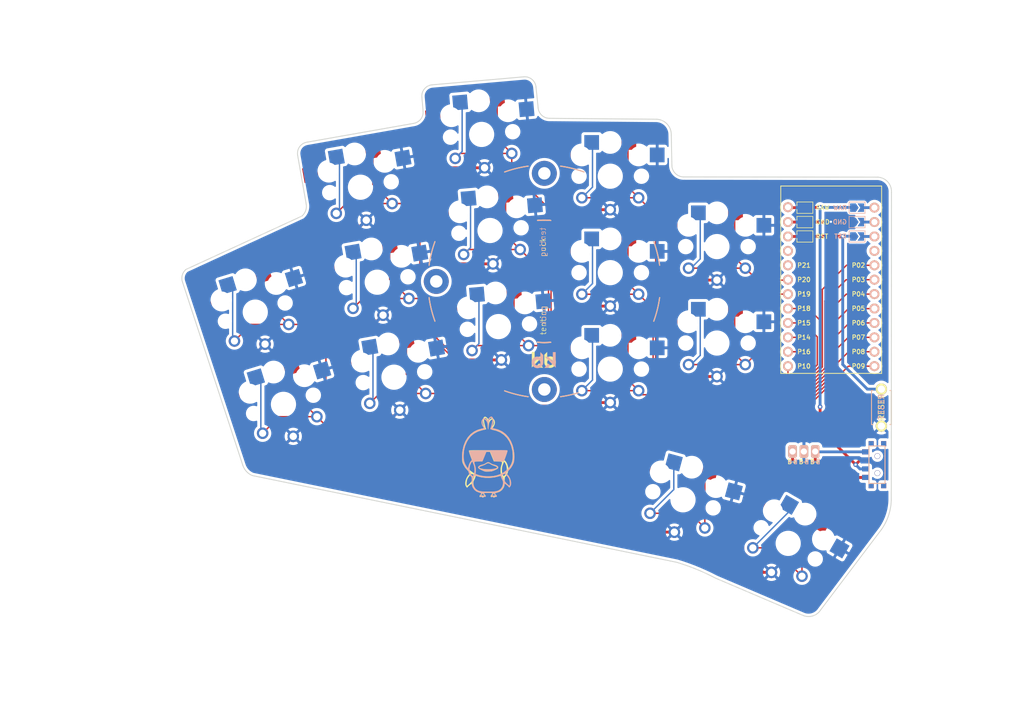
<source format=kicad_pcb>
(kicad_pcb (version 20211014) (generator pcbnew)
  (title_block (title "board") (rev "v1.0.0") (company "Unknown"))
  (layers (0 "F.Cu" signal) (31 "B.Cu" signal) (34 "B.Paste" user) (35 "F.Paste" user) (36 "B.SilkS" user "B.Silkscreen") (37 "F.SilkS" user "F.Silkscreen") (38 "B.Mask" user) (39 "F.Mask" user) (44 "Edge.Cuts" user))
  (net 0 "")
  (net 1 "P6")
  (net 2 "GND")
  (net 3 "P5")
  (net 4 "P4")
  (net 5 "P3")
  (net 6 "P2")
  (net 7 "P18")
  (net 8 "P15")
  (net 9 "P14")
  (net 10 "P16")
  (net 11 "P10")
  (net 12 "P19")
  (net 13 "P20")
  (net 14 "P21")
  (net 15 "P7")
  (net 16 "P8")
  (net 17 "P9")
  (net 18 "RAW")
  (net 19 "RST")
  (net 20 "Braw")
  (footprint "E73:SPDT_C128955" (layer "F.Cu") (at 162.50014 -55.844619 -90)
    (fp_text reference "T1" hide)
    (fp_text value "" hide)
  )
  (footprint "lib:bat" (layer "F.Cu") (at 149.545396 -58.163682)
    (fp_text reference "PAD1" hide)
    (fp_text value "" hide)
  )
  (footprint "kbd:ResetSW" (layer "F.Cu") (at 163.203191 -65.902519 90)
    (fp_text reference "B1" hide)
    (fp_text value "")
  )
  (footprint "PG1350" (layer "F.Cu") (at 71.38711 -104.745067 10)
    (fp_text reference "S11" hide)
    (fp_text value "" hide)
  )
  (footprint "PG1350" (layer "F.Cu") (at 146.776664 -41.97058 150)
    (fp_text reference "S34" hide)
    (fp_text value "" hide)
  )
  (footprint "PG1350" (layer "F.Cu") (at 94.221643 -97.114167 5)
    (fp_text reference "S15" hide)
    (fp_text value "" hide)
  )
  (footprint "PG1350" (layer "F.Cu") (at 115.411087 -89.686017)
    (fp_text reference "S21" hide)
    (fp_text value "" hide)
  )
  (footprint "PG1350" (layer "F.Cu") (at 77.291148 -71.261603 -170)
    (fp_text reference "S8" hide)
    (fp_text value "" hide)
  )
  (footprint "PG1350" (layer "F.Cu") (at 95.703291 -80.178857 -175)
    (fp_text reference "S14" hide)
    (fp_text value "" hide)
  )
  (footprint "PG1350" (layer "F.Cu") (at 115.411087 -72.686017 180)
    (fp_text reference "S20" hide)
    (fp_text value "" hide)
  )
  (footprint "PG1350" (layer "F.Cu") (at 134.21828 -77.278852 180)
    (fp_text reference "S28" hide)
    (fp_text value "" hide)
  )
  (footprint "PG1350" (layer "F.Cu") (at 134.21828 -94.278852)
    (fp_text reference "S29" hide)
    (fp_text value "" hide)
  )
  (footprint "LOGO" (layer "F.Cu") (at 93.819755 -55.859733)
    (fp_text reference "G***" hide)
    (fp_text value "LOGO" hide)
  )
  (footprint "PG1350" (layer "F.Cu") (at 146.776664 -41.97058 -30)
    (fp_text reference "S33" hide)
    (fp_text value "" hide)
  )
  (footprint "PG1350" (layer "F.Cu") (at 77.291148 -71.261603 10)
    (fp_text reference "S7" hide)
    (fp_text value "" hide)
  )
  (footprint "E73:SPDT_C128955" (layer "F.Cu") (at 162.50014 -55.844619 -90)
    (fp_text reference "T2" hide)
    (fp_text value "" hide)
  )
  (footprint "PG1350" (layer "F.Cu") (at 52.842259 -82.729963 17)
    (fp_text reference "S5" hide)
    (fp_text value "" hide)
  )
  (footprint "PG1350" (layer "F.Cu") (at 134.21828 -77.278852)
    (fp_text reference "S27" hide)
    (fp_text value "" hide)
  )
  (footprint "PG1350" (layer "F.Cu") (at 74.339129 -88.003335 10)
    (fp_text reference "S9" hide)
    (fp_text value "" hide)
  )
  (footprint "PG1350" (layer "F.Cu") (at 94.221643 -97.114167 -175)
    (fp_text reference "S16" hide)
    (fp_text value "" hide)
  )
  (footprint "PG1350" (layer "F.Cu") (at 134.21828 -94.278852 180)
    (fp_text reference "S30" hide)
    (fp_text value "" hide)
  )
  (footprint "PG1350" (layer "F.Cu") (at 95.703291 -80.178857 5)
    (fp_text reference "S13" hide)
    (fp_text value "" hide)
  )
  (footprint "PG1350" (layer "F.Cu") (at 115.411087 -106.686017 180)
    (fp_text reference "S24" hide)
    (fp_text value "" hide)
  )
  (footprint "PG1350" (layer "F.Cu") (at 92.739996 -114.049477 5)
    (fp_text reference "S17" hide)
    (fp_text value "" hide)
  )
  (footprint "PG1350" (layer "F.Cu") (at 57.812578 -66.472782 -163)
    (fp_text reference "S4" hide)
    (fp_text value "" hide)
  )
  (footprint "PG1350" (layer "F.Cu") (at 74.339129 -88.003335 -170)
    (fp_text reference "S10" hide)
    (fp_text value "" hide)
  )
  (footprint "PG1350" (layer "F.Cu") (at 115.411087 -89.686017 180)
    (fp_text reference "S22" hide)
    (fp_text value "" hide)
  )
  (footprint "PG1350" (layer "F.Cu") (at 128.239065 -49.649105 -15)
    (fp_text reference "S31" hide)
    (fp_text value "" hide)
  )
  (footprint "ProMicro" (layer "F.Cu") (at 154.357213 -87.172542 -90)
    (fp_text reference "MCU1" hide)
    (fp_text value "" hide)
  )
  (footprint "PG1350" (layer "F.Cu") (at 57.812578 -66.472782 17)
    (fp_text reference "S3" hide)
    (fp_text value "" hide)
  )
  (footprint "PG1350" (layer "F.Cu") (at 128.239065 -49.649105 165)
    (fp_text reference "S32" hide)
    (fp_text value "" hide)
  )
  (footprint "Alaa:Tenting_Puck_3_Holes" (layer "F.Cu") (at 103.79722 -88.141427)
    (fp_text reference "REF**")
    (fp_text value "Tenting Puck")
  )
  (footprint "PG1350" (layer "F.Cu") (at 71.38711 -104.745067 -170)
    (fp_text reference "S12" hide)
    (fp_text value "" hide)
  )
  (footprint "PG1350" (layer "F.Cu") (at 115.411087 -106.686017)
    (fp_text reference "S23" hide)
    (fp_text value "" hide)
  )
  (footprint "PG1350" (layer "F.Cu") (at 52.842259 -82.729963 -163)
    (fp_text reference "S6" hide)
    (fp_text value "" hide)
  )
  (footprint "PG1350" (layer "F.Cu") (at 115.411087 -72.686017)
    (fp_text reference "S19" hide)
    (fp_text value "" hide)
  )
  (footprint "PG1350" (layer "F.Cu") (at 92.739996 -114.049477 -175)
    (fp_text reference "S18" hide)
    (fp_text value "" hide)
  )
  (footprint "LOGO" (layer "B.Cu") (at 93.98 -55.88 180)
    (fp_text reference "G***" hide)
    (fp_text value "LOGO" hide)
  )
  (gr_line (start 61.933082 -112.680378) (end 80.777935 -116.003234) (layer "Edge.Cuts") (width 0.15))
  (gr_arc (start 123.633938 -116.727707) (mid 125.468731 -115.844155) (end 126.173938 -113.933707) (layer "Edge.Cuts") (width 0.15))
  (gr_arc (start 40.005384 -88.04935) (mid 39.97918 -89.259077) (end 40.64821 -90.267305) (layer "Edge.Cuts") (width 0.15))
  (gr_line (start 40.64821 -90.267305) (end 61.081026 -99.669502) (layer "Edge.Cuts") (width 0.15))
  (gr_line (start 104.699526 -116.893075) (end 123.633938 -116.727707) (layer "Edge.Cuts") (width 0.15))
  (gr_arc (start 127.108791 -38.634254) (mid 130.604894 -37.401962) (end 133.966791 -35.840254) (layer "Edge.Cuts") (width 0.15))
  (gr_arc (start 104.699526 -116.893075) (mid 103.348365 -117.418542) (end 102.707136 -118.718765) (layer "Edge.Cuts") (width 0.15))
  (gr_line (start 162.601024 -106.517136) (end 128.30714 -106.564179) (layer "Edge.Cuts") (width 0.15))
  (gr_arc (start 128.30714 -106.564179) (mid 126.888572 -107.173144) (end 126.278191 -108.591103) (layer "Edge.Cuts") (width 0.15))
  (gr_line (start 84.024062 -122.794691) (end 100.162416 -124.206614) (layer "Edge.Cuts") (width 0.15))
  (gr_arc (start 152.508791 -30.252254) (mid 151.166261 -29.199842) (end 149.460791 -29.236254) (layer "Edge.Cuts") (width 0.15))
  (gr_line (start 127.108791 -38.634254) (end 52.325668 -53.91664) (layer "Edge.Cuts") (width 0.15))
  (gr_line (start 40.005384 -88.04935) (end 50.640798 -55.746836) (layer "Edge.Cuts") (width 0.15))
  (gr_arc (start 52.325668 -53.91664) (mid 51.283938 -54.648268) (end 50.640798 -55.746836) (layer "Edge.Cuts") (width 0.15))
  (gr_line (start 149.460791 -29.236254) (end 133.966791 -35.840254) (layer "Edge.Cuts") (width 0.15))
  (gr_arc (start 164.948263 -49.556254) (mid 164.458648 -46.846338) (end 163.204176 -44.394875) (layer "Edge.Cuts") (width 0.15))
  (gr_line (start 82.423028 -118.147161) (end 82.205984 -120.62799) (layer "Edge.Cuts") (width 0.15))
  (gr_arc (start 61.820427 -101.762322) (mid 61.721438 -100.620269) (end 61.081026 -99.669502) (layer "Edge.Cuts") (width 0.15))
  (gr_line (start 164.948263 -49.556254) (end 164.982296 -103.812548) (layer "Edge.Cuts") (width 0.15))
  (gr_arc (start 100.162416 -124.206615) (mid 101.622316 -123.746329) (end 102.329117 -122.388536) (layer "Edge.Cuts") (width 0.15))
  (gr_line (start 152.508791 -30.252254) (end 163.204176 -44.394875) (layer "Edge.Cuts") (width 0.15))
  (gr_line (start 60.310763 -110.363466) (end 61.820427 -101.762322) (layer "Edge.Cuts") (width 0.15))
  (gr_arc (start 82.423029 -118.147161) (mid 82.017359 -116.755316) (end 80.777935 -116.003234) (layer "Edge.Cuts") (width 0.15))
  (gr_line (start 126.278191 -108.591103) (end 126.173938 -113.933707) (layer "Edge.Cuts") (width 0.15))
  (gr_arc (start 162.601024 -106.517136) (mid 164.353984 -105.659944) (end 164.982296 -103.812548) (layer "Edge.Cuts") (width 0.15))
  (gr_line (start 102.329117 -122.388536) (end 102.707136 -118.718765) (layer "Edge.Cuts") (width 0.15))
  (gr_arc (start 60.310764 -110.363466) (mid 60.64207 -111.857918) (end 61.933082 -112.680378) (layer "Edge.Cuts") (width 0.15))
  (gr_arc (start 82.205984 -120.627991) (mid 82.666277 -122.087884) (end 84.024062 -122.794691) (layer "Edge.Cuts") (width 0.15))
  (segment (start 81.024544 -63.5) (end 71.12 -63.5) (width 0.25) (layer "F.Cu") (net 1))
  (segment (start 94.028116 -72.037521) (end 89.562066 -72.037521) (width 0.25) (layer "F.Cu") (net 1))
  (segment (start 154.628374 -72.346106) (end 147.293059 -65.010791) (width 0.25) (layer "F.Cu") (net 1))
  (segment (start 63.479549 -80.557863) (end 58.734795 -80.557863) (width 0.25) (layer "F.Cu") (net 1))
  (segment (start 58.734795 -80.557863) (end 52.095465 -80.557863) (width 0.25) (layer "F.Cu") (net 1))
  (segment (start 54.234545 -89.377494) (end 54.234545 -85.058113) (width 0.25) (layer "F.Cu") (net 1))
  (segment (start 109.813673 -62.104105) (end 106.982862 -64.934916) (width 0.25) (layer "F.Cu") (net 1))
  (segment (start 52.095465 -80.557863) (end 49.171748 -77.634146) (width 0.25) (layer "F.Cu") (net 1))
  (segment (start 54.234545 -85.058113) (end 58.734795 -80.557863) (width 0.25) (layer "F.Cu") (net 1))
  (segment (start 147.293059 -65.010791) (end 124.592825 -65.010791) (width 0.25) (layer "F.Cu") (net 1))
  (segment (start 89.562066 -72.037521) (end 81.024544 -63.5) (width 0.25) (layer "F.Cu") (net 1))
  (segment (start 65.297412 -78.74) (end 63.479549 -80.557863) (width 0.25) (layer "F.Cu") (net 1))
  (segment (start 124.592825 -65.010791) (end 121.686138 -62.104105) (width 0.25) (layer "F.Cu") (net 1))
  (segment (start 65.297412 -69.322588) (end 65.297412 -78.74) (width 0.25) (layer "F.Cu") (net 1))
  (segment (start 121.686138 -62.104105) (end 109.813673 -62.104105) (width 0.25) (layer "F.Cu") (net 1))
  (segment (start 101.130724 -64.934916) (end 94.028116 -72.037521) (width 0.25) (layer "F.Cu") (net 1))
  (segment (start 157.527339 -80.822542) (end 154.628374 -77.923577) (width 0.25) (layer "F.Cu") (net 1))
  (segment (start 106.982862 -64.934916) (end 101.130724 -64.934916) (width 0.25) (layer "F.Cu") (net 1))
  (segment (start 71.12 -63.5) (end 65.297412 -69.322588) (width 0.25) (layer "F.Cu") (net 1))
  (segment (start 161.977213 -80.822542) (end 157.527339 -80.822542) (width 0.25) (layer "F.Cu") (net 1))
  (segment (start 154.628374 -77.923577) (end 154.628374 -72.346106) (width 0.25) (layer "F.Cu") (net 1))
  (segment (start 47.655954 -88.184596) (end 48.856953 -86.983597) (width 0.25) (layer "B.Cu") (net 1))
  (segment (start 48.856953 -86.983597) (end 48.856953 -78.356283) (width 0.25) (layer "B.Cu") (net 1))
  (segment (start 108.15356 -75.418544) (end 107.136087 -76.436017) (width 0.5) (layer "F.Cu") (net 2))
  (segment (start 63.384822 -105.421809) (end 62.586645 -106.219986) (width 0.5) (layer "F.Cu") (net 2))
  (segment (start 96.21751 -74.301308) (end 89.760656 -74.301308) (width 0.5) (layer "F.Cu") (net 2))
  (segment (start 134.21828 -88.378852) (end 127.851901 -88.378852) (width 0.5) (layer "F.Cu") (net 2))
  (segment (start 63.384822 -100.80225) (end 63.384822 -105.421809) (width 0.5) (layer "F.Cu") (net 2))
  (segment (start 128.490798 -71.378852) (end 125.94328 -73.92637) (width 0.5) (layer "F.Cu") (net 2))
  (segment (start 75.363653 -82.192969) (end 74.347654 -81.17697) (width 0.5) (layer "F.Cu") (net 2))
  (segment (start 115.411087 -66.786017) (end 109.81576 -66.786017) (width 0.5) (layer "F.Cu") (net 2))
  (segment (start 125.94328 -90.287473) (end 125.94328 -98.028852) (width 0.5) (layer "F.Cu") (net 2))
  (segment (start 108.15356 -68.448217) (end 108.15356 -75.418544) (width 0.5) (layer "F.Cu") (net 2))
  (segment (start 62.586645 -106.219986) (end 62.586645 -107.001157) (width 0.5) (layer "F.Cu") (net 2))
  (segment (start 66.26837 -97.918702) (end 63.384822 -100.80225) (width 0.5) (layer "F.Cu") (net 2))
  (segment (start 74.347654 -81.17697) (end 68.485407 -81.17697) (width 0.5) (layer "F.Cu") (net 2))
  (segment (start 71.813295 -64.435238) (end 68.490683 -67.75785) (width 0.5) (layer "F.Cu") (net 2))
  (segment (start 89.760656 -74.301308) (end 87.132946 -76.929018) (width 0.5) (layer "F.Cu") (net 2))
  (segment (start 109.81576 -66.786017) (end 108.15356 -68.448217) (width 0.5) (layer "F.Cu") (net 2))
  (segment (start 49.917361 -65.987885) (end 48.802762 -67.102484) (width 0.5) (layer "F.Cu") (net 2))
  (segment (start 138.772419 -40.478435) (end 138.772419 -46.64279) (width 0.5) (layer "F.Cu") (net 2))
  (segment (start 120.155154 -46.082113) (end 120.155154 -54.351608) (width 0.5) (layer "F.Cu") (net 2))
  (segment (start 59.537571 -60.830584) (end 58.196209 -59.489222) (width 0.5) (layer "F.Cu") (net 2))
  (segment (start 77.299673 -64.435238) (end 71.813295 -64.435238) (width 0.5) (layer "F.Cu") (net 2))
  (segment (start 115.411087 -83.786017) (end 108.973745 -83.786017) (width 0.5) (layer "F.Cu") (net 2))
  (segment (start 78.315672 -65.451237) (end 77.299673 -64.435238) (width 0.5) (layer "F.Cu") (net 2))
  (segment (start 58.196209 -59.489222) (end 53.137791 -59.489222) (width 0.5) (layer "F.Cu") (net 2))
  (segment (start 71.395635 -97.918702) (end 66.26837 -97.918702) (width 0.5) (layer "F.Cu") (net 2))
  (segment (start 126.712033 -43.950143) (end 122.287124 -43.950143) (width 0.5) (layer "F.Cu") (net 2))
  (segment (start 53.137791 -59.489222) (end 49.917361 -62.709652) (width 0.5) (layer "F.Cu") (net 2))
  (segment (start 134.21828 -71.378852) (end 128.490798 -71.378852) (width 0.5) (layer "F.Cu") (net 2))
  (segment (start 107.136087 -103.216201) (end 107.136087 -110.436017) (width 0.5) (layer "F.Cu") (net 2))
  (segment (start 86.601289 -108.171928) (end 86.570217 -108.140856) (width 0.5) (layer "F.Cu") (net 2))
  (segment (start 93.254215 -108.171928) (end 86.601289 -108.171928) (width 0.5) (layer "F.Cu") (net 2))
  (segment (start 115.411087 -100.786017) (end 109.566271 -100.786017) (width 0.5) (layer "F.Cu") (net 2))
  (segment (start 68.485407 -81.17697) (end 65.538664 -84.123713) (width 0.5) (layer "F.Cu") (net 2))
  (segment (start 85.651298 -93.599163) (end 85.651298 -100.128683) (width 0.5) (layer "F.Cu") (net 2))
  (segment (start 65.538664 -84.123713) (end 65.538664 -90.259425) (width 0.5) (layer "F.Cu") (net 2))
  (segment (start 48.802762 -67.102484) (end 48.802762 -67.639549) (width 0.5) (layer "F.Cu") (net 2))
  (segment (start 138.772419 -46.64279) (end 141.485304 -49.355675) (width 0.5) (layer "F.Cu") (net 2))
  (segment (start 122.287124 -43.950143) (end 120.155154 -46.082113) (width 0.5) (layer "F.Cu") (net 2))
  (segment (start 142.389824 -36.86103) (end 138.772419 -40.478435) (width 0.5) (layer "F.Cu") (net 2))
  (segment (start 154.256703 -98.602542) (end 150.44369 -98.602542) (width 0.5) (layer "F.Cu") (net 2))
  (segment (start 108.15356 -76.015027) (end 107.136087 -77.0325) (width 0.5) (layer "F.Cu") (net 2))
  (segment (start 109.566271 -100.786017) (end 107.136087 -103.216201) (width 0.5) (layer "F.Cu") (net 2))
  (segment (start 94.735862 -91.236618) (end 88.013843 -91.236618) (width 0.5) (layer "F.Cu") (net 2))
  (segment (start 48.232895 -75.218284) (end 44.864298 -78.586881) (width 0.5) (layer "F.Cu") (net 2))
  (segment (start 87.132946 -76.929018) (end 87.132946 -83.193373) (width 0.5) (layer "F.Cu") (net 2))
  (segment (start 88.013843 -91.236618) (end 85.651298 -93.599163) (width 0.5) (layer "F.Cu") (net 2))
  (segment (start 108.973745 -83.786017) (end 107.136087 -85.623675) (width 0.5) (layer "F.Cu") (net 2))
  (segment (start 154.304587 -98.650426) (end 154.256703 -98.602542) (width 0.5) (layer "F.Cu") (net 2))
  (segment (start 127.851901 -88.378852) (end 125.94328 -90.287473) (width 0.5) (layer "F.Cu") (net 2))
  (segment (start 44.864298 -78.586881) (end 44.864298 -82.864875) (width 0.5) (layer "F.Cu") (net 2))
  (segment (start 86.570217 -108.140856) (end 84.169651 -110.541422) (width 0.5) (layer "F.Cu") (net 2))
  (segment (start 54.567252 -77.087765) (end 52.697771 -75.218284) (width 0.5) (layer "F.Cu") (net 2))
  (segment (start 72.411634 -98.934701) (end 71.395635 -97.918702) (width 0.5) (layer "F.Cu") (net 2))
  (segment (start 143.826664 -36.86103) (end 142.389824 -36.86103) (width 0.5) (layer "F.Cu") (net 2))
  (segment (start 68.490683 -67.75785) (end 68.490683 -73.517693) (width 0.5) (layer "F.Cu") (net 2))
  (segment (start 52.697771 -75.218284) (end 48.232895 -75.218284) (width 0.5) (layer "F.Cu") (net 2))
  (segment (start 107.136087 -85.623675) (end 107.136087 -93.436017) (width 0.5) (layer "F.Cu") (net 2))
  (segment (start 44.864298 -82.864875) (end 43.832443 -83.89673) (width 0.5) (layer "F.Cu") (net 2))
  (segment (start 49.917361 -62.709652) (end 49.917361 -65.987885) (width 0.5) (layer "F.Cu") (net 2))
  (segment (start 125.94328 -73.92637) (end 125.94328 -81.028852) (width 0.5) (layer "F.Cu") (net 2))
  (segment (start 84.169651 -110.541422) (end 84.169651 -117.063993) (width 0.5) (layer "F.Cu") (net 2))
  (via (at 154.304587 -98.650426) (size 0.8) (drill 0.4) (layers "F.Cu" "B.Cu") (net 2))
  (segment (start 154.329345 -98.675184) (end 154.329345 -64.825511) (width 0.5) (layer "B.Cu") (net 2))
  (segment (start 149.545396 -60.041562) (end 149.545396 -58.163682) (width 0.5) (layer "B.Cu") (net 2))
  (segment (start 154.329345 -64.825511) (end 149.545396 -60.041562) (width 0.5) (layer "B.Cu") (net 2))
  (segment (start 154.304587 -98.650426) (end 154.329345 -98.675184) (width 0.5) (layer "B.Cu") (net 2))
  (segment (start 154.329345 -98.675184) (end 158.139502 -98.675184) (width 0.5) (layer "B.Cu") (net 2))
  (segment (start 121.499941 -62.553625) (end 124.406628 -65.460311) (width 0.25) (layer "F.Cu") (net 3))
  (segment (start 157.383378 -83.345369) (end 161.96004 -83.345369) (width 0.25) (layer "F.Cu") (net 3))
  (segment (start 154.178854 -80.140845) (end 157.383378 -83.345369) (width 0.25) (layer "F.Cu") (net 3))
  (segment (start 79.483187 -71.779437) (end 82.87505 -68.387574) (width 0.25) (layer "F.Cu") (net 3))
  (segment (start 154.178854 -72.532303) (end 154.178854 -80.140845) (width 0.25) (layer "F.Cu") (net 3))
  (segment (start 94.214315 -72.487041) (end 101.31692 -65.384436) (width 0.25) (layer "F.Cu") (net 3))
  (segment (start 124.406628 -65.460311) (end 147.106862 -65.460311) (width 0.25) (layer "F.Cu") (net 3))
  (segment (start 109.999871 -62.553625) (end 121.499941 -62.553625) (width 0.25) (layer "F.Cu") (net 3))
  (segment (start 101.31692 -65.384436) (end 107.16906 -65.384436) (width 0.25) (layer "F.Cu") (net 3))
  (segment (start 82.87505 -68.387574) (end 74.763453 -68.387574) (width 0.25) (layer "F.Cu") (net 3))
  (segment (start 107.16906 -65.384436) (end 109.999871 -62.553625) (width 0.25) (layer "F.Cu") (net 3))
  (segment (start 79.483187 -77.689907) (end 79.483187 -71.779437) (width 0.25) (layer "F.Cu") (net 3))
  (segment (start 74.763453 -68.387574) (end 73.026972 -66.651093) (width 0.25) (layer "F.Cu") (net 3))
  (segment (start 85.2764 -68.387574) (end 89.375867 -72.487041) (width 0.25) (layer "F.Cu") (net 3))
  (segment (start 89.375867 -72.487041) (end 94.214315 -72.487041) (width 0.25) (layer "F.Cu") (net 3))
  (segment (start 82.87505 -68.387574) (end 85.2764 -68.387574) (width 0.25) (layer "F.Cu") (net 3))
  (segment (start 147.106862 -65.460311) (end 154.178854 -72.532303) (width 0.25) (layer "F.Cu") (net 3))
  (segment (start 73.59045 -67.214571) (end 73.026972 -66.651093) (width 0.25) (layer "B.Cu") (net 3))
  (segment (start 73.032696 -76.552511) (end 73.59045 -75.994757) (width 0.25) (layer "B.Cu") (net 3))
  (segment (start 73.59045 -75.994757) (end 73.59045 -67.214571) (width 0.25) (layer "B.Cu") (net 3))
  (segment (start 101.503117 -65.833956) (end 107.355257 -65.833956) (width 0.25) (layer "F.Cu") (net 4))
  (segment (start 121.313741 -63.003145) (end 124.220427 -65.909831) (width 0.25) (layer "F.Cu") (net 4))
  (segment (start 76.531168 -88.521169) (end 79.923031 -85.129306) (width 0.25) (layer "F.Cu") (net 4))
  (segment (start 94.400512 -72.936561) (end 101.503117 -65.833956) (width 0.25) (layer "F.Cu") (net 4))
  (segment (start 146.920664 -65.909831) (end 153.729334 -72.718501) (width 0.25) (layer "F.Cu") (net 4))
  (segment (start 76.531168 -94.431639) (end 76.531168 -88.521169) (width 0.25) (layer "F.Cu") (net 4))
  (segment (start 107.355257 -65.833956) (end 110.186071 -63.003145) (width 0.25) (layer "F.Cu") (net 4))
  (segment (start 84.38648 -82.617802) (end 84.38648 -77.933067) (width 0.25) (layer "F.Cu") (net 4))
  (segment (start 157.024799 -85.904799) (end 161.974956 -85.904799) (width 0.25) (layer "F.Cu") (net 4))
  (segment (start 79.923031 -85.129306) (end 71.811434 -85.129306) (width 0.25) (layer "F.Cu") (net 4))
  (segment (start 79.923031 -85.129306) (end 81.874976 -85.129306) (width 0.25) (layer "F.Cu") (net 4))
  (segment (start 124.220427 -65.909831) (end 146.920664 -65.909831) (width 0.25) (layer "F.Cu") (net 4))
  (segment (start 81.874976 -85.129306) (end 84.38648 -82.617802) (width 0.25) (layer "F.Cu") (net 4))
  (segment (start 153.729334 -82.609334) (end 157.024799 -85.904799) (width 0.25) (layer "F.Cu") (net 4))
  (segment (start 84.38648 -77.933067) (end 89.382986 -72.936561) (width 0.25) (layer "F.Cu") (net 4))
  (segment (start 89.382986 -72.936561) (end 94.400512 -72.936561) (width 0.25) (layer "F.Cu") (net 4))
  (segment (start 71.811434 -85.129306) (end 70.074953 -83.392825) (width 0.25) (layer "F.Cu") (net 4))
  (segment (start 153.729334 -72.718501) (end 153.729334 -82.609334) (width 0.25) (layer "F.Cu") (net 4))
  (segment (start 110.186071 -63.003145) (end 121.313741 -63.003145) (width 0.25) (layer "F.Cu") (net 4))
  (segment (start 161.974956 -85.904799) (end 161.977213 -85.902542) (width 0.25) (layer "F.Cu") (net 4))
  (segment (start 70.638431 -83.956303) (end 70.074953 -83.392825) (width 0.25) (layer "B.Cu") (net 4))
  (segment (start 70.638431 -92.736489) (end 70.638431 -83.956303) (width 0.25) (layer "B.Cu") (net 4))
  (segment (start 70.080677 -93.294243) (end 70.638431 -92.736489) (width 0.25) (layer "B.Cu") (net 4))
  (segment (start 68.859415 -101.871038) (end 67.122934 -100.134557) (width 0.25) (layer "F.Cu") (net 5))
  (segment (start 81.858703 -85.781297) (end 84.836 -82.804) (width 0.25) (layer "F.Cu") (net 5))
  (segment (start 101.689314 -66.283476) (end 107.541455 -66.283476) (width 0.25) (layer "F.Cu") (net 5))
  (segment (start 89.569184 -73.386081) (end 94.586709 -73.386081) (width 0.25) (layer "F.Cu") (net 5))
  (segment (start 107.541455 -66.283476) (end 110.372268 -63.452665) (width 0.25) (layer "F.Cu") (net 5))
  (segment (start 121.127543 -63.452665) (end 124.03423 -66.359351) (width 0.25) (layer "F.Cu") (net 5))
  (segment (start 76.971012 -101.871038) (end 79.561162 -101.871038) (width 0.25) (layer "F.Cu") (net 5))
  (segment (start 73.579149 -111.173371) (end 73.579149 -105.262901) (width 0.25) (layer "F.Cu") (net 5))
  (segment (start 84.836 -82.804) (end 84.836 -78.119265) (width 0.25) (layer "F.Cu") (net 5))
  (segment (start 124.03423 -66.359351) (end 146.734466 -66.359351) (width 0.25) (layer "F.Cu") (net 5))
  (segment (start 153.249052 -84.703008) (end 156.988586 -88.442542) (width 0.25) (layer "F.Cu") (net 5))
  (segment (start 81.858703 -99.573497) (end 81.858703 -85.781297) (width 0.25) (layer "F.Cu") (net 5))
  (segment (start 76.971012 -101.871038) (end 68.859415 -101.871038) (width 0.25) (layer "F.Cu") (net 5))
  (segment (start 146.734466 -66.359351) (end 153.249052 -72.873937) (width 0.25) (layer "F.Cu") (net 5))
  (segment (start 79.561162 -101.871038) (end 81.858703 -99.573497) (width 0.25) (layer "F.Cu") (net 5))
  (segment (start 94.586709 -73.386081) (end 101.689314 -66.283476) (width 0.25) (layer "F.Cu") (net 5))
  (segment (start 153.249052 -72.873937) (end 153.249052 -84.703008) (width 0.25) (layer "F.Cu") (net 5))
  (segment (start 73.579149 -105.262901) (end 76.971012 -101.871038) (width 0.25) (layer "F.Cu") (net 5))
  (segment (start 156.988586 -88.442542) (end 161.977213 -88.442542) (width 0.25) (layer "F.Cu") (net 5))
  (segment (start 84.836 -78.119265) (end 89.569184 -73.386081) (width 0.25) (layer "F.Cu") (net 5))
  (segment (start 110.372268 -63.452665) (end 121.127543 -63.452665) (width 0.25) (layer "F.Cu") (net 5))
  (segment (start 67.686412 -100.698035) (end 67.122934 -100.134557) (width 0.25) (layer "B.Cu") (net 5))
  (segment (start 67.128658 -110.035975) (end 67.686412 -109.478221) (width 0.25) (layer "B.Cu") (net 5))
  (segment (start 67.686412 -109.478221) (end 67.686412 -100.698035) (width 0.25) (layer "B.Cu") (net 5))
  (segment (start 102.844128 -76.829096) (end 104.07916 -75.594064) (width 0.25) (layer "F.Cu") (net 6))
  (segment (start 91.925067 -76.829096) (end 91.053509 -75.957538) (width 0.25) (layer "F.Cu") (net 6))
  (segment (start 104.07916 -73.484347) (end 106.68 -70.883507) (width 0.25) (layer "F.Cu") (net 6))
  (segment (start 101.015456 -76.829096) (end 98.447252 -79.3973) (width 0.25) (layer "F.Cu") (net 6))
  (segment (start 98.447252 -79.3973) (end 98.447252 -86.391651) (width 0.25) (layer "F.Cu") (net 6))
  (segment (start 120.941347 -63.902185) (end 123.848033 -66.808871) (width 0.25) (layer "F.Cu") (net 6))
  (segment (start 157.043597 -90.982542) (end 161.977213 -90.982542) (width 0.25) (layer "F.Cu") (net 6))
  (segment (start 146.548268 -66.808871) (end 152.799532 -73.060135) (width 0.25) (layer "F.Cu") (net 6))
  (segment (start 123.848033 -66.808871) (end 146.548268 -66.808871) (width 0.25) (layer "F.Cu") (net 6))
  (segment (start 152.799532 -86.738477) (end 157.043597 -90.982542) (width 0.25) (layer "F.Cu") (net 6))
  (segment (start 104.07916 -75.594064) (end 104.07916 -73.484347) (width 0.25) (layer "F.Cu") (net 6))
  (segment (start 106.68 -70.883507) (end 106.680001 -67.780648) (width 0.25) (layer "F.Cu") (net 6))
  (segment (start 110.558465 -63.902185) (end 120.941347 -63.902185) (width 0.25) (layer "F.Cu") (net 6))
  (segment (start 152.799532 -73.060135) (end 152.799532 -86.738477) (width 0.25) (layer "F.Cu") (net 6))
  (segment (start 101.015456 -76.829096) (end 102.844128 -76.829096) (width 0.25) (layer "F.Cu") (net 6))
  (segment (start 101.015456 -76.829096) (end 91.925067 -76.829096) (width 0.25) (layer "F.Cu") (net 6))
  (segment (start 106.680001 -67.780648) (end 110.558465 -63.902185) (width 0.25) (layer "F.Cu") (net 6))
  (segment (start 92.270004 -77.174033) (end 91.053509 -75.957538) (width 0.25) (layer "B.Cu") (net 6))
  (segment (start 91.922177 -85.82078) (end 92.270004 -85.472953) (width 0.25) (layer "B.Cu") (net 6))
  (segment (start 92.270004 -85.472953) (end 92.270004 -77.174033) (width 0.25) (layer "B.Cu") (net 6))
  (segment (start 104.52868 -88.769534) (end 104.52868 -73.670546) (width 0.25) (layer "F.Cu") (net 7))
  (segment (start 107.12952 -67.966846) (end 107.392843 -67.703524) (width 0.25) (layer "F.Cu") (net 7))
  (segment (start 120.755149 -64.351705) (end 123.661836 -67.258391) (width 0.25) (layer "F.Cu") (net 7))
  (segment (start 99.533808 -93.764406) (end 90.443419 -93.764406) (width 0.25) (layer "F.Cu") (net 7))
  (segment (start 96.965604 -96.33261) (end 99.533808 -93.764406) (width 0.25) (layer "F.Cu") (net 7))
  (segment (start 146.36207 -67.258391) (end 152.350012 -73.246333) (width 0.25) (layer "F.Cu") (net 7))
  (segment (start 110.744662 -64.351705) (end 120.755149 -64.351705) (width 0.25) (layer "F.Cu") (net 7))
  (segment (start 99.533808 -93.764406) (end 104.52868 -88.769534) (width 0.25) (layer "F.Cu") (net 7))
  (segment (start 152.350012 -81.329988) (end 150.317458 -83.362542) (width 0.25) (layer "F.Cu") (net 7))
  (segment (start 107.12952 -71.069705) (end 107.12952 -67.966846) (width 0.25) (layer "F.Cu") (net 7))
  (segment (start 150.317458 -83.362542) (end 146.737213 -83.362542) (width 0.25) (layer "F.Cu") (net 7))
  (segment (start 96.965604 -103.326961) (end 96.965604 -96.33261) (width 0.25) (layer "F.Cu") (net 7))
  (segment (start 123.661836 -67.258391) (end 146.36207 -67.258391) (width 0.25) (layer "F.Cu") (net 7))
  (segment (start 104.52868 -73.670546) (end 107.12952 -71.069705) (width 0.25) (layer "F.Cu") (net 7))
  (segment (start 107.392843 -67.703524) (end 110.744662 -64.351705) (width 0.25) (layer "F.Cu") (net 7))
  (segment (start 90.443419 -93.764406) (end 89.571861 -92.892848) (width 0.25) (layer "F.Cu") (net 7))
  (segment (start 152.350012 -73.246333) (end 152.350012 -81.329988) (width 0.25) (layer "F.Cu") (net 7))
  (segment (start 90.788356 -94.109343) (end 89.571861 -92.892848) (width 0.25) (layer "B.Cu") (net 7))
  (segment (start 90.440529 -102.75609) (end 90.788356 -102.408263) (width 0.25) (layer "B.Cu") (net 7))
  (segment (start 90.788356 -102.408263) (end 90.788356 -94.109343) (width 0.25) (layer "B.Cu") (net 7))
  (segment (start 107.57904 -68.153044) (end 110.930859 -64.801225) (width 0.25) (layer "F.Cu") (net 8))
  (segment (start 151.900492 -78.376564) (end 149.454514 -80.822542) (width 0.25) (layer "F.Cu") (net 8))
  (segment (start 95.483957 -120.262271) (end 95.483957 -113.26792) (width 0.25) (layer "F.Cu") (net 8))
  (segment (start 151.900492 -73.432531) (end 151.900492 -78.376564) (width 0.25) (layer "F.Cu") (net 8))
  (segment (start 146.175872 -67.707911) (end 151.900492 -73.432531) (width 0.25) (layer "F.Cu") (net 8))
  (segment (start 98.052161 -110.699716) (end 98.052161 -107.541789) (width 0.25) (layer "F.Cu") (net 8))
  (segment (start 149.454514 -80.822542) (end 146.737213 -80.822542) (width 0.25) (layer "F.Cu") (net 8))
  (segment (start 120.568951 -64.801225) (end 123.475639 -67.707911) (width 0.25) (layer "F.Cu") (net 8))
  (segment (start 98.052161 -107.541789) (end 104.9782 -100.61575) (width 0.25) (layer "F.Cu") (net 8))
  (segment (start 88.961772 -110.699716) (end 88.090214 -109.828158) (width 0.25) (layer "F.Cu") (net 8))
  (segment (start 107.57904 -71.255902) (end 107.57904 -68.153044) (width 0.25) (layer "F.Cu") (net 8))
  (segment (start 104.9782 -73.856744) (end 107.57904 -71.255902) (width 0.25) (layer "F.Cu") (net 8))
  (segment (start 104.9782 -100.61575) (end 104.9782 -73.856744) (width 0.25) (layer "F.Cu") (net 8))
  (segment (start 123.475639 -67.707911) (end 146.175872 -67.707911) (width 0.25) (layer "F.Cu") (net 8))
  (segment (start 110.930859 -64.801225) (end 120.568951 -64.801225) (width 0.25) (layer "F.Cu") (net 8))
  (segment (start 98.052161 -110.699716) (end 88.961772 -110.699716) (width 0.25) (layer "F.Cu") (net 8))
  (segment (start 95.483957 -113.26792) (end 98.052161 -110.699716) (width 0.25) (layer "F.Cu") (net 8))
  (segment (start 89.306709 -111.044653) (end 88.090214 -109.828158) (width 0.25) (layer "B.Cu") (net 8))
  (segment (start 89.306709 -119.343573) (end 89.306709 -111.044653) (width 0.25) (layer "B.Cu") (net 8))
  (segment (start 88.958882 -119.6914) (end 89.306709 -119.343573) (width 0.25) (layer "B.Cu") (net 8))
  (segment (start 151.450972 -75.858105) (end 151.450972 -73.618729) (width 0.25) (layer "F.Cu") (net 9))
  (segment (start 151.450972 -73.618729) (end 146.001033 -68.16879) (width 0.25) (layer "F.Cu") (net 9))
  (segment (start 120.411087 -68.886017) (end 110.411087 -68.886017) (width 0.25) (layer "F.Cu") (net 9))
  (segment (start 118.536566 -78.486496) (end 118.536566 -70.760538) (width 0.25) (layer "F.Cu") (net 9))
  (segment (start 121.128314 -68.16879) (end 120.411087 -68.886017) (width 0.25) (layer "F.Cu") (net 9))
  (segment (start 146.737213 -78.282542) (end 149.026535 -78.282542) (width 0.25) (layer "F.Cu") (net 9))
  (segment (start 149.026535 -78.282542) (end 151.450972 -75.858105) (width 0.25) (layer "F.Cu") (net 9))
  (segment (start 118.536566 -70.760538) (end 120.411087 -68.886017) (width 0.25) (layer "F.Cu") (net 9))
  (segment (start 146.001033 -68.16879) (end 121.128314 -68.16879) (width 0.25) (layer "F.Cu") (net 9))
  (segment (start 118.686087 -78.636017) (end 118.536566 -78.486496) (width 0.25) (layer "F.Cu") (net 9))
  (segment (start 112.285608 -79.029475) (end 112.285608 -70.760538) (width 0.25) (layer "B.Cu") (net 9))
  (segment (start 112.285608 -70.760538) (end 110.411087 -68.886017) (width 0.25) (layer "B.Cu") (net 9))
  (segment (start 118.536566 -87.760538) (end 120.411087 -85.886017) (width 0.25) (layer "F.Cu") (net 10))
  (segment (start 110.411087 -85.886017) (end 120.411087 -85.886017) (width 0.25) (layer "F.Cu") (net 10))
  (segment (start 149.86 -75.742542) (end 146.737213 -75.742542) (width 0.25) (layer "F.Cu") (net 10))
  (segment (start 118.536566 -95.486496) (end 118.536566 -87.760538) (width 0.25) (layer "F.Cu") (net 10))
  (segment (start 145.814835 -68.61831) (end 151.001452 -73.804926) (width 0.25) (layer "F.Cu") (net 10))
  (segment (start 122.966194 -69.188523) (end 123.536407 -68.61831) (width 0.25) (layer "F.Cu") (net 10))
  (segment (start 151.001452 -73.804926) (end 151.001452 -74.60109) (width 0.25) (layer "F.Cu") (net 10))
  (segment (start 120.411087 -85.886017) (end 122.966194 -83.33091) (width 0.25) (layer "F.Cu") (net 10))
  (segment (start 151.001452 -74.60109) (end 149.86 -75.742542) (width 0.25) (layer "F.Cu") (net 10))
  (segment (start 118.686087 -95.636017) (end 118.536566 -95.486496) (width 0.25) (layer "F.Cu") (net 10))
  (segment (start 122.966194 -83.33091) (end 122.966194 -69.188523) (width 0.25) (layer "F.Cu") (net 10))
  (segment (start 123.536407 -68.61831) (end 145.814835 -68.61831) (width 0.25) (layer "F.Cu") (net 10))
  (segment (start 112.285608 -96.029475) (end 112.285608 -87.760538) (width 0.25) (layer "B.Cu") (net 10))
  (segment (start 112.285608 -87.760538) (end 110.411087 -85.886017) (width 0.25) (layer "B.Cu") (net 10))
  (segment (start 123.793862 -69.06783) (end 145.628638 -69.06783) (width 0.25) (layer "F.Cu") (net 11))
  (segment (start 145.628638 -69.06783) (end 146.737213 -70.176405) (width 0.25) (layer "F.Cu") (net 11))
  (segment (start 118.536566 -112.486496) (end 118.536566 -104.760538) (width 0.25) (layer "F.Cu") (net 11))
  (segment (start 123.415714 -69.445978) (end 123.793862 -69.06783) (width 0.25) (layer "F.Cu") (net 11))
  (segment (start 146.737213 -70.176405) (end 146.737213 -73.202542) (width 0.25) (layer "F.Cu") (net 11))
  (segment (start 120.411087 -102.886017) (end 110.411087 -102.886017) (width 0.25) (layer "F.Cu") (net 11))
  (segment (start 118.686087 -112.636017) (end 118.536566 -112.486496) (width 0.25) (layer "F.Cu") (net 11))
  (segment (start 120.411087 -102.886017) (end 123.415714 -99.88139) (width 0.25) (layer "F.Cu") (net 11))
  (segment (start 123.415714 -99.88139) (end 123.415714 -69.445978) (width 0.25) (layer "F.Cu") (net 11))
  (segment (start 118.536566 -104.760538) (end 120.411087 -102.886017) (width 0.25) (layer "F.Cu") (net 11))
  (segment (start 112.285608 -104.760538) (end 110.411087 -102.886017) (width 0.25) (layer "B.Cu") (net 11))
  (segment (start 112.285608 -113.029475) (end 112.285608 -104.760538) (width 0.25) (layer "B.Cu") (net 11))
  (segment (start 144.607863 -85.902542) (end 146.737213 -85.902542) (width 0.25) (layer "F.Cu") (net 12))
  (segment (start 137.343759 -75.353373) (end 137.343759 -83.079331) (width 0.25) (layer "F.Cu") (net 12))
  (segment (start 142.540891 -83.83557) (end 144.607863 -85.902542) (width 0.25) (layer "F.Cu") (net 12))
  (segment (start 142.540891 -76.801463) (end 142.540891 -83.83557) (width 0.25) (layer "F.Cu") (net 12))
  (segment (start 139.21828 -73.478852) (end 137.343759 -75.353373) (width 0.25) (layer "F.Cu") (net 12))
  (segment (start 137.343759 -83.079331) (end 137.49328 -83.228852) (width 0.25) (layer "F.Cu") (net 12))
  (segment (start 139.21828 -73.478852) (end 142.540891 -76.801463) (width 0.25) (layer "F.Cu") (net 12))
  (segment (start 129.21828 -73.478852) (end 139.21828 -73.478852) (width 0.25) (layer "F.Cu") (net 12))
  (segment (start 131.272946 -75.102108) (end 129.078705 -72.907867) (width 0.25) (layer "B.Cu") (net 12))
  (segment (start 131.272946 -82.188626) (end 131.272946 -75.102108) (width 0.25) (layer "B.Cu") (net 12))
  (segment (start 130.803705 -82.657867) (end 131.272946 -82.188626) (width 0.25) (layer "B.Cu") (net 12))
  (segment (start 141.329875 -88.367257) (end 146.661928 -88.367257) (width 0.25) (layer "F.Cu") (net 13))
  (segment (start 139.21828 -90.478852) (end 141.329875 -88.367257) (width 0.25) (layer "F.Cu") (net 13))
  (segment (start 137.343759 -92.353373) (end 137.343759 -100.079331) (width 0.25) (layer "F.Cu") (net 13))
  (segment (start 137.343759 -100.079331) (end 137.49328 -100.228852) (width 0.25) (layer "F.Cu") (net 13))
  (segment (start 139.21828 -90.478852) (end 137.343759 -92.353373) (width 0.25) (layer "F.Cu") (net 13))
  (segment (start 146.661928 -88.367257) (end 146.737213 -88.442542) (width 0.25) (layer "F.Cu") (net 13))
  (segment (start 129.21828 -90.478852) (end 139.21828 -90.478852) (width 0.25) (layer "F.Cu") (net 13))
  (segment (start 131.272946 -99.188626) (end 131.272946 -92.102108) (width 0.25) (layer "B.Cu") (net 13))
  (segment (start 129.64969 -90.478852) (end 129.21828 -90.478852) (width 0.25) (layer "B.Cu") (net 13))
  (segment (start 131.272946 -92.102108) (end 129.64969 -90.478852) (width 0.25) (layer "B.Cu") (net 13))
  (segment (start 130.803705 -99.657867) (end 131.272946 -99.188626) (width 0.25) (layer "B.Cu") (net 13))
  (segment (start 121.872336 -61.654585) (end 109.627476 -61.654585) (width 0.25) (layer "F.Cu") (net 15))
  (segment (start 93.841919 -71.588001) (end 89.748263 -71.588001) (width 0.25) (layer "F.Cu") (net 15))
  (segment (start 89.748263 -71.588001) (end 81.210741 -63.05048) (width 0.25) (layer "F.Cu") (net 15))
  (segment (start 59.204864 -68.800932) (end 63.705114 -64.300682) (width 0.25) (layer "F.Cu") (net 15))
  (segment (start 157.36057 -78.282542) (end 155.077894 -75.999866) (width 0.25) (layer "F.Cu") (net 15))
  (segment (start 81.210741 -63.05048) (end 64.955316 -63.05048) (width 0.25) (layer "F.Cu") (net 15))
  (segment (start 64.955316 -63.05048) (end 63.705114 -64.300682) (width 0.25) (layer "F.Cu") (net 15))
  (segment (start 109.627476 -61.654585) (end 106.796665 -64.485396) (width 0.25) (layer "F.Cu") (net 15))
  (segment (start 161.977213 -78.282542) (end 157.36057 -78.282542) (width 0.25) (layer "F.Cu") (net 15))
  (segment (start 106.796665 -64.485396) (end 100.944526 -64.485396) (width 0.25) (layer "F.Cu") (net 15))
  (segment (start 155.077894 -72.159908) (end 147.479257 -64.561271) (width 0.25) (layer "F.Cu") (net 15))
  (segment (start 124.779022 -64.561271) (end 121.872336 -61.654585) (width 0.25) (layer "F.Cu") (net 15))
  (segment (start 147.479257 -64.561271) (end 124.779022 -64.561271) (width 0.25) (layer "F.Cu") (net 15))
  (segment (start 100.944526 -64.485396) (end 93.841919 -71.588001) (width 0.25) (layer "F.Cu") (net 15))
  (segment (start 155.077894 -75.999866) (end 155.077894 -72.159908) (width 0.25) (layer "F.Cu") (net 15))
  (segment (start 63.705114 -64.300682) (end 57.065784 -64.300682) (width 0.25) (layer "F.Cu") (net 15))
  (segment (start 57.065784 -64.300682) (end 54.142067 -61.376965) (width 0.25) (layer "F.Cu") (net 15))
  (segment (start 59.204864 -73.120313) (end 59.204864 -68.800932) (width 0.25) (layer "F.Cu") (net 15))
  (segment (start 52.626273 -71.927415) (end 53.827272 -70.726416) (width 0.25) (layer "B.Cu") (net 15))
  (segment (start 53.827272 -70.726416) (end 53.827272 -62.099102) (width 0.25) (layer "B.Cu") (net 15))
  (segment (start 129.496992 -47.272682) (end 122.425923 -47.272682) (width 0.25) (layer "F.Cu") (net 16))
  (segment (start 132.942445 -61.984559) (end 132.942445 -54.548731) (width 0.25) (layer "F.Cu") (net 16))
  (segment (start 132.085182 -44.684492) (end 129.496992 -47.272682) (width 0.25) (layer "F.Cu") (net 16))
  (segment (start 157.416933 -75.742542) (end 155.527414 -73.853023) (width 0.25) (layer "F.Cu") (net 16))
  (segment (start 161.977213 -75.742542) (end 157.416933 -75.742542) (width 0.25) (layer "F.Cu") (net 16))
  (segment (start 147.665454 -64.111751) (end 135.069637 -64.111751) (width 0.25) (layer "F.Cu") (net 16))
  (segment (start 155.527414 -73.853023) (end 155.527414 -71.97371) (width 0.25) (layer "F.Cu") (net 16))
  (segment (start 132.085182 -53.691468) (end 132.085182 -44.684492) (width 0.25) (layer "F.Cu") (net 16))
  (segment (start 155.527414 -71.97371) (end 147.665454 -64.111751) (width 0.25) (layer "F.Cu") (net 16))
  (segment (start 135.069637 -64.111751) (end 132.942445 -61.984559) (width 0.25) (layer "F.Cu") (net 16))
  (segment (start 126.615631 -56.243996) (end 126.615631 -51.46239) (width 0.25) (layer "B.Cu") (net 16))
  (segment (start 126.615631 -51.46239) (end 122.425923 -47.272682) (width 0.25) (layer "B.Cu") (net 16))
  (segment (start 161.977213 -73.202542) (end 157.391963 -73.202542) (width 0.25) (layer "F.Cu") (net 17))
  (segment (start 144.206791 -41.179683) (end 140.546537 -41.179683) (width 0.25) (layer "F.Cu") (net 17))
  (segment (start 144.78 -56.741082) (end 152.587897 -48.933185) (width 0.25) (layer "F.Cu") (net 17))
  (segment (start 152.587897 -45.485931) (end 149.206791 -42.104825) (width 0.25) (layer "F.Cu") (net 17))
  (segment (start 152.587897 -48.933185) (end 152.587897 -45.485931) (width 0.25) (layer "F.Cu") (net 17))
  (segment (start 144.78 -60.590579) (end 144.78 -56.741082) (width 0.25) (layer "F.Cu") (net 17))
  (segment (start 149.206791 -36.179683) (end 144.206791 -41.179683) (width 0.25) (layer "F.Cu") (net 17))
  (segment (start 149.206791 -42.104825) (end 149.206791 -36.179683) (width 0.25) (layer "F.Cu") (net 17))
  (segment (start 157.391963 -73.202542) (end 144.78 -60.590579) (width 0.25) (layer "F.Cu") (net 17))
  (segment (start 146.915431 -47.548577) (end 140.546537 -41.179683) (width 0.25) (layer "B.Cu") (net 17))
  (segment (start 152.4 -62.118371) (end 158.661253 -55.857118) (width 0.5) (layer "F.Cu") (net 18))
  (segment (start 152.372041 -101.185184) (end 150.419502 -101.185184) (width 0.5) (layer "F.Cu") (net 18))
  (segment (start 152.4 -101.213143) (end 152.372041 -101.185184) (width 0.5) (layer "F.Cu") (net 18))
  (segment (start 158.661253 -55.857118) (end 158.661253 -55.844619) (width 0.5) (layer "F.Cu") (net 18))
  (segment (start 159.411253 -56.594619) (end 160.42514 -56.594619) (width 0.5) (layer "F.Cu") (net 18))
  (segment (start 152.4 -66.04) (end 152.4 -62.118371) (width 0.5) (layer "F.Cu") (net 18))
  (segment (start 158.661253 -55.844619) (end 159.411253 -56.594619) (width 0.5) (layer "F.Cu") (net 18))
  (via (at 158.661253 -55.844619) (size 0.8) (drill 0.4) (layers "F.Cu" "B.Cu") (net 18))
  (via (at 152.4 -66.04) (size 0.8) (drill 0.4) (layers "F.Cu" "B.Cu") (net 18))
  (via (at 152.4 -101.213143) (size 0.8) (drill 0.4) (layers "F.Cu" "B.Cu") (net 18))
  (segment (start 152.4 -101.213143) (end 152.426699 -101.186444) (width 0.5) (layer "B.Cu") (net 18))
  (segment (start 152.4 -101.213143) (end 152.4 -66.04) (width 0.5) (layer "B.Cu") (net 18))
  (segment (start 152.426699 -101.186444) (end 158.168242 -101.186444) (width 0.5) (layer "B.Cu") (net 18))
  (segment (start 158.661253 -55.844619) (end 159.406377 -55.099495) (width 0.5) (layer "B.Cu") (net 18))
  (segment (start 159.406377 -55.099495) (end 160.167148 -55.099495) (width 0.5) (layer "B.Cu") (net 18))
  (segment (start 150.466332 -96.085184) (end 150.44369 -96.062542) (width 0.5) (layer "F.Cu") (net 19))
  (segment (start 156.389782 -96.106346) (end 156.36862 -96.085184) (width 0.5) (layer "F.Cu") (net 19))
  (segment (start 156.36862 -96.085184) (end 150.466332 -96.085184) (width 0.5) (layer "F.Cu") (net 19))
  (via (at 156.389782 -96.106346) (size 0.8) (drill 0.4) (layers "F.Cu" "B.Cu") (net 19))
  (segment (start 156.389782 -96.106346) (end 156.389782 -73.500449) (width 0.5) (layer "B.Cu") (net 19))
  (segment (start 156.389782 -96.106346) (end 156.38988 -96.106444) (width 0.5) (layer "B.Cu") (net 19))
  (segment (start 156.389782 -73.500449) (end 160.737712 -69.152519) (width 0.5) (layer "B.Cu") (net 19))
  (segment (start 160.737712 -69.152519) (end 163.203191 -69.152519) (width 0.5) (layer "B.Cu") (net 19))
  (segment (start 156.38988 -96.106444) (end 158.168242 -96.106444) (width 0.5) (layer "B.Cu") (net 19))
  (segment (start 149.987226 -53.594619) (end 147.545396 -56.036449) (width 0.5) (layer "F.Cu") (net 20))
  (segment (start 160.42514 -53.594619) (end 149.987226 -53.594619) (width 0.5) (layer "F.Cu") (net 20))
  (segment (start 151.545396 -55.929571) (end 153.880348 -53.594619) (width 0.5) (layer "F.Cu") (net 20))
  (segment (start 147.545396 -56.036449) (end 147.545396 -58.163682) (width 0.5) (layer "F.Cu") (net 20))
  (segment (start 153.880348 -53.594619) (end 160.42514 -53.594619) (width 0.5) (layer "F.Cu") (net 20))
  (segment (start 151.545396 -58.163682) (end 151.545396 -55.929571) (width 0.5) (layer "F.Cu") (net 20))
  (segment (start 160.42514 -58.094619) (end 160.420264 -58.099495) (width 0.5) (layer "B.Cu") (net 20))
  (segment (start 151.609583 -58.099495) (end 151.545396 -58.163682) (width 0.5) (layer "B.Cu") (net 20))
  (segment (start 160.420264 -58.099495) (end 151.609583 -58.099495) (width 0.5) (layer "B.Cu") (net 20))
  (zone (net 2) (net_name "GND") (layer "B.Cu") (connect_pads (clearance 0.508)) (min_thickness 0.254) (fill yes (thermal_gap 0.508) (thermal_bridge_width 0.508))
    (polygon (pts (xy 182.3974 -114.5794) (xy 188.341 -13.2842) (xy 40.4622 -17.3228) (xy 7.8486 -109.982) (xy 86.7918 -137.7442)))
  )
)
</source>
